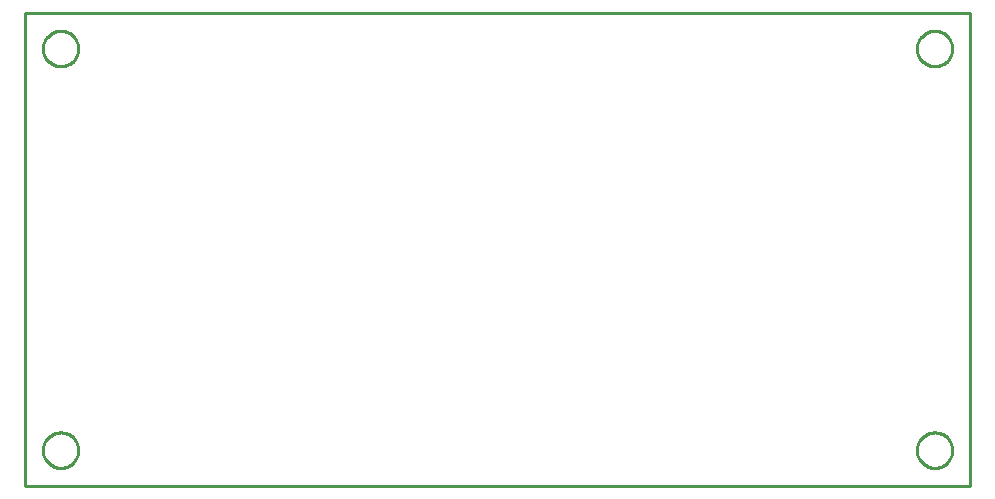
<source format=gbr>
G04 EAGLE Gerber RS-274X export*
G75*
%MOMM*%
%FSLAX34Y34*%
%LPD*%
%IN*%
%IPPOS*%
%AMOC8*
5,1,8,0,0,1.08239X$1,22.5*%
G01*
%ADD10C,0.254000*%


D10*
X0Y0D02*
X799770Y0D01*
X799770Y400000D01*
X0Y400000D01*
X0Y0D01*
X45000Y29464D02*
X44924Y28396D01*
X44771Y27335D01*
X44543Y26288D01*
X44241Y25260D01*
X43867Y24256D01*
X43422Y23281D01*
X42908Y22341D01*
X42329Y21440D01*
X41687Y20582D01*
X40985Y19772D01*
X40228Y19015D01*
X39418Y18313D01*
X38560Y17671D01*
X37659Y17092D01*
X36719Y16578D01*
X35744Y16133D01*
X34740Y15759D01*
X33712Y15457D01*
X32665Y15229D01*
X31604Y15076D01*
X30536Y15000D01*
X29464Y15000D01*
X28396Y15076D01*
X27335Y15229D01*
X26288Y15457D01*
X25260Y15759D01*
X24256Y16133D01*
X23281Y16578D01*
X22341Y17092D01*
X21440Y17671D01*
X20582Y18313D01*
X19772Y19015D01*
X19015Y19772D01*
X18313Y20582D01*
X17671Y21440D01*
X17092Y22341D01*
X16578Y23281D01*
X16133Y24256D01*
X15759Y25260D01*
X15457Y26288D01*
X15229Y27335D01*
X15076Y28396D01*
X15000Y29464D01*
X15000Y30536D01*
X15076Y31604D01*
X15229Y32665D01*
X15457Y33712D01*
X15759Y34740D01*
X16133Y35744D01*
X16578Y36719D01*
X17092Y37659D01*
X17671Y38560D01*
X18313Y39418D01*
X19015Y40228D01*
X19772Y40985D01*
X20582Y41687D01*
X21440Y42329D01*
X22341Y42908D01*
X23281Y43422D01*
X24256Y43867D01*
X25260Y44241D01*
X26288Y44543D01*
X27335Y44771D01*
X28396Y44924D01*
X29464Y45000D01*
X30536Y45000D01*
X31604Y44924D01*
X32665Y44771D01*
X33712Y44543D01*
X34740Y44241D01*
X35744Y43867D01*
X36719Y43422D01*
X37659Y42908D01*
X38560Y42329D01*
X39418Y41687D01*
X40228Y40985D01*
X40985Y40228D01*
X41687Y39418D01*
X42329Y38560D01*
X42908Y37659D01*
X43422Y36719D01*
X43867Y35744D01*
X44241Y34740D01*
X44543Y33712D01*
X44771Y32665D01*
X44924Y31604D01*
X45000Y30536D01*
X45000Y29464D01*
X45000Y369464D02*
X44924Y368396D01*
X44771Y367335D01*
X44543Y366288D01*
X44241Y365260D01*
X43867Y364256D01*
X43422Y363281D01*
X42908Y362341D01*
X42329Y361440D01*
X41687Y360582D01*
X40985Y359772D01*
X40228Y359015D01*
X39418Y358313D01*
X38560Y357671D01*
X37659Y357092D01*
X36719Y356578D01*
X35744Y356133D01*
X34740Y355759D01*
X33712Y355457D01*
X32665Y355229D01*
X31604Y355076D01*
X30536Y355000D01*
X29464Y355000D01*
X28396Y355076D01*
X27335Y355229D01*
X26288Y355457D01*
X25260Y355759D01*
X24256Y356133D01*
X23281Y356578D01*
X22341Y357092D01*
X21440Y357671D01*
X20582Y358313D01*
X19772Y359015D01*
X19015Y359772D01*
X18313Y360582D01*
X17671Y361440D01*
X17092Y362341D01*
X16578Y363281D01*
X16133Y364256D01*
X15759Y365260D01*
X15457Y366288D01*
X15229Y367335D01*
X15076Y368396D01*
X15000Y369464D01*
X15000Y370536D01*
X15076Y371604D01*
X15229Y372665D01*
X15457Y373712D01*
X15759Y374740D01*
X16133Y375744D01*
X16578Y376719D01*
X17092Y377659D01*
X17671Y378560D01*
X18313Y379418D01*
X19015Y380228D01*
X19772Y380985D01*
X20582Y381687D01*
X21440Y382329D01*
X22341Y382908D01*
X23281Y383422D01*
X24256Y383867D01*
X25260Y384241D01*
X26288Y384543D01*
X27335Y384771D01*
X28396Y384924D01*
X29464Y385000D01*
X30536Y385000D01*
X31604Y384924D01*
X32665Y384771D01*
X33712Y384543D01*
X34740Y384241D01*
X35744Y383867D01*
X36719Y383422D01*
X37659Y382908D01*
X38560Y382329D01*
X39418Y381687D01*
X40228Y380985D01*
X40985Y380228D01*
X41687Y379418D01*
X42329Y378560D01*
X42908Y377659D01*
X43422Y376719D01*
X43867Y375744D01*
X44241Y374740D01*
X44543Y373712D01*
X44771Y372665D01*
X44924Y371604D01*
X45000Y370536D01*
X45000Y369464D01*
X785000Y369464D02*
X784924Y368396D01*
X784771Y367335D01*
X784543Y366288D01*
X784241Y365260D01*
X783867Y364256D01*
X783422Y363281D01*
X782908Y362341D01*
X782329Y361440D01*
X781687Y360582D01*
X780985Y359772D01*
X780228Y359015D01*
X779418Y358313D01*
X778560Y357671D01*
X777659Y357092D01*
X776719Y356578D01*
X775744Y356133D01*
X774740Y355759D01*
X773712Y355457D01*
X772665Y355229D01*
X771604Y355076D01*
X770536Y355000D01*
X769464Y355000D01*
X768396Y355076D01*
X767335Y355229D01*
X766288Y355457D01*
X765260Y355759D01*
X764256Y356133D01*
X763281Y356578D01*
X762341Y357092D01*
X761440Y357671D01*
X760582Y358313D01*
X759772Y359015D01*
X759015Y359772D01*
X758313Y360582D01*
X757671Y361440D01*
X757092Y362341D01*
X756578Y363281D01*
X756133Y364256D01*
X755759Y365260D01*
X755457Y366288D01*
X755229Y367335D01*
X755076Y368396D01*
X755000Y369464D01*
X755000Y370536D01*
X755076Y371604D01*
X755229Y372665D01*
X755457Y373712D01*
X755759Y374740D01*
X756133Y375744D01*
X756578Y376719D01*
X757092Y377659D01*
X757671Y378560D01*
X758313Y379418D01*
X759015Y380228D01*
X759772Y380985D01*
X760582Y381687D01*
X761440Y382329D01*
X762341Y382908D01*
X763281Y383422D01*
X764256Y383867D01*
X765260Y384241D01*
X766288Y384543D01*
X767335Y384771D01*
X768396Y384924D01*
X769464Y385000D01*
X770536Y385000D01*
X771604Y384924D01*
X772665Y384771D01*
X773712Y384543D01*
X774740Y384241D01*
X775744Y383867D01*
X776719Y383422D01*
X777659Y382908D01*
X778560Y382329D01*
X779418Y381687D01*
X780228Y380985D01*
X780985Y380228D01*
X781687Y379418D01*
X782329Y378560D01*
X782908Y377659D01*
X783422Y376719D01*
X783867Y375744D01*
X784241Y374740D01*
X784543Y373712D01*
X784771Y372665D01*
X784924Y371604D01*
X785000Y370536D01*
X785000Y369464D01*
X785000Y29464D02*
X784924Y28396D01*
X784771Y27335D01*
X784543Y26288D01*
X784241Y25260D01*
X783867Y24256D01*
X783422Y23281D01*
X782908Y22341D01*
X782329Y21440D01*
X781687Y20582D01*
X780985Y19772D01*
X780228Y19015D01*
X779418Y18313D01*
X778560Y17671D01*
X777659Y17092D01*
X776719Y16578D01*
X775744Y16133D01*
X774740Y15759D01*
X773712Y15457D01*
X772665Y15229D01*
X771604Y15076D01*
X770536Y15000D01*
X769464Y15000D01*
X768396Y15076D01*
X767335Y15229D01*
X766288Y15457D01*
X765260Y15759D01*
X764256Y16133D01*
X763281Y16578D01*
X762341Y17092D01*
X761440Y17671D01*
X760582Y18313D01*
X759772Y19015D01*
X759015Y19772D01*
X758313Y20582D01*
X757671Y21440D01*
X757092Y22341D01*
X756578Y23281D01*
X756133Y24256D01*
X755759Y25260D01*
X755457Y26288D01*
X755229Y27335D01*
X755076Y28396D01*
X755000Y29464D01*
X755000Y30536D01*
X755076Y31604D01*
X755229Y32665D01*
X755457Y33712D01*
X755759Y34740D01*
X756133Y35744D01*
X756578Y36719D01*
X757092Y37659D01*
X757671Y38560D01*
X758313Y39418D01*
X759015Y40228D01*
X759772Y40985D01*
X760582Y41687D01*
X761440Y42329D01*
X762341Y42908D01*
X763281Y43422D01*
X764256Y43867D01*
X765260Y44241D01*
X766288Y44543D01*
X767335Y44771D01*
X768396Y44924D01*
X769464Y45000D01*
X770536Y45000D01*
X771604Y44924D01*
X772665Y44771D01*
X773712Y44543D01*
X774740Y44241D01*
X775744Y43867D01*
X776719Y43422D01*
X777659Y42908D01*
X778560Y42329D01*
X779418Y41687D01*
X780228Y40985D01*
X780985Y40228D01*
X781687Y39418D01*
X782329Y38560D01*
X782908Y37659D01*
X783422Y36719D01*
X783867Y35744D01*
X784241Y34740D01*
X784543Y33712D01*
X784771Y32665D01*
X784924Y31604D01*
X785000Y30536D01*
X785000Y29464D01*
M02*

</source>
